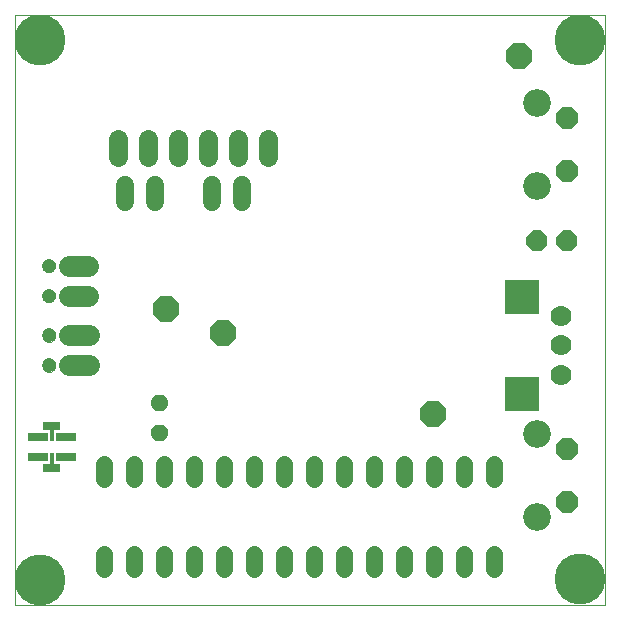
<source format=gts>
G75*
%MOIN*%
%OFA0B0*%
%FSLAX24Y24*%
%IPPOS*%
%LPD*%
%AMOC8*
5,1,8,0,0,1.08239X$1,22.5*
%
%ADD10C,0.0000*%
%ADD11OC8,0.0890*%
%ADD12C,0.0560*%
%ADD13C,0.0600*%
%ADD14C,0.0112*%
%ADD15OC8,0.0700*%
%ADD16OC8,0.0740*%
%ADD17C,0.0925*%
%ADD18C,0.0700*%
%ADD19R,0.1142X0.1142*%
%ADD20C,0.0640*%
%ADD21C,0.0690*%
%ADD22C,0.0473*%
%ADD23R,0.0152X0.0316*%
%ADD24C,0.1700*%
D10*
X000350Y000350D02*
X000350Y020035D01*
X020035Y020035D01*
X020035Y000350D01*
X000350Y000350D01*
X001267Y008344D02*
X001269Y008373D01*
X001275Y008401D01*
X001284Y008429D01*
X001297Y008455D01*
X001314Y008478D01*
X001333Y008500D01*
X001355Y008519D01*
X001380Y008534D01*
X001406Y008547D01*
X001434Y008555D01*
X001462Y008560D01*
X001491Y008561D01*
X001520Y008558D01*
X001548Y008551D01*
X001575Y008541D01*
X001601Y008527D01*
X001624Y008510D01*
X001645Y008490D01*
X001663Y008467D01*
X001678Y008442D01*
X001689Y008415D01*
X001697Y008387D01*
X001701Y008358D01*
X001701Y008330D01*
X001697Y008301D01*
X001689Y008273D01*
X001678Y008246D01*
X001663Y008221D01*
X001645Y008198D01*
X001624Y008178D01*
X001601Y008161D01*
X001575Y008147D01*
X001548Y008137D01*
X001520Y008130D01*
X001491Y008127D01*
X001462Y008128D01*
X001434Y008133D01*
X001406Y008141D01*
X001380Y008154D01*
X001355Y008169D01*
X001333Y008188D01*
X001314Y008210D01*
X001297Y008233D01*
X001284Y008259D01*
X001275Y008287D01*
X001269Y008315D01*
X001267Y008344D01*
X001267Y009344D02*
X001269Y009373D01*
X001275Y009401D01*
X001284Y009429D01*
X001297Y009455D01*
X001314Y009478D01*
X001333Y009500D01*
X001355Y009519D01*
X001380Y009534D01*
X001406Y009547D01*
X001434Y009555D01*
X001462Y009560D01*
X001491Y009561D01*
X001520Y009558D01*
X001548Y009551D01*
X001575Y009541D01*
X001601Y009527D01*
X001624Y009510D01*
X001645Y009490D01*
X001663Y009467D01*
X001678Y009442D01*
X001689Y009415D01*
X001697Y009387D01*
X001701Y009358D01*
X001701Y009330D01*
X001697Y009301D01*
X001689Y009273D01*
X001678Y009246D01*
X001663Y009221D01*
X001645Y009198D01*
X001624Y009178D01*
X001601Y009161D01*
X001575Y009147D01*
X001548Y009137D01*
X001520Y009130D01*
X001491Y009127D01*
X001462Y009128D01*
X001434Y009133D01*
X001406Y009141D01*
X001380Y009154D01*
X001355Y009169D01*
X001333Y009188D01*
X001314Y009210D01*
X001297Y009233D01*
X001284Y009259D01*
X001275Y009287D01*
X001269Y009315D01*
X001267Y009344D01*
X001259Y010670D02*
X001261Y010699D01*
X001267Y010727D01*
X001276Y010755D01*
X001289Y010781D01*
X001306Y010804D01*
X001325Y010826D01*
X001347Y010845D01*
X001372Y010860D01*
X001398Y010873D01*
X001426Y010881D01*
X001454Y010886D01*
X001483Y010887D01*
X001512Y010884D01*
X001540Y010877D01*
X001567Y010867D01*
X001593Y010853D01*
X001616Y010836D01*
X001637Y010816D01*
X001655Y010793D01*
X001670Y010768D01*
X001681Y010741D01*
X001689Y010713D01*
X001693Y010684D01*
X001693Y010656D01*
X001689Y010627D01*
X001681Y010599D01*
X001670Y010572D01*
X001655Y010547D01*
X001637Y010524D01*
X001616Y010504D01*
X001593Y010487D01*
X001567Y010473D01*
X001540Y010463D01*
X001512Y010456D01*
X001483Y010453D01*
X001454Y010454D01*
X001426Y010459D01*
X001398Y010467D01*
X001372Y010480D01*
X001347Y010495D01*
X001325Y010514D01*
X001306Y010536D01*
X001289Y010559D01*
X001276Y010585D01*
X001267Y010613D01*
X001261Y010641D01*
X001259Y010670D01*
X001259Y011670D02*
X001261Y011699D01*
X001267Y011727D01*
X001276Y011755D01*
X001289Y011781D01*
X001306Y011804D01*
X001325Y011826D01*
X001347Y011845D01*
X001372Y011860D01*
X001398Y011873D01*
X001426Y011881D01*
X001454Y011886D01*
X001483Y011887D01*
X001512Y011884D01*
X001540Y011877D01*
X001567Y011867D01*
X001593Y011853D01*
X001616Y011836D01*
X001637Y011816D01*
X001655Y011793D01*
X001670Y011768D01*
X001681Y011741D01*
X001689Y011713D01*
X001693Y011684D01*
X001693Y011656D01*
X001689Y011627D01*
X001681Y011599D01*
X001670Y011572D01*
X001655Y011547D01*
X001637Y011524D01*
X001616Y011504D01*
X001593Y011487D01*
X001567Y011473D01*
X001540Y011463D01*
X001512Y011456D01*
X001483Y011453D01*
X001454Y011454D01*
X001426Y011459D01*
X001398Y011467D01*
X001372Y011480D01*
X001347Y011495D01*
X001325Y011514D01*
X001306Y011536D01*
X001289Y011559D01*
X001276Y011585D01*
X001267Y011613D01*
X001261Y011641D01*
X001259Y011670D01*
D11*
X005382Y010210D03*
X007280Y009422D03*
X014277Y006729D03*
X017168Y018666D03*
D12*
X016317Y005065D02*
X016317Y004545D01*
X015317Y004545D02*
X015317Y005065D01*
X014317Y005065D02*
X014317Y004545D01*
X013317Y004545D02*
X013317Y005065D01*
X012317Y005065D02*
X012317Y004545D01*
X011317Y004545D02*
X011317Y005065D01*
X010317Y005065D02*
X010317Y004545D01*
X009317Y004545D02*
X009317Y005065D01*
X008317Y005065D02*
X008317Y004545D01*
X007317Y004545D02*
X007317Y005065D01*
X006317Y005065D02*
X006317Y004545D01*
X005317Y004545D02*
X005317Y005065D01*
X004317Y005065D02*
X004317Y004545D01*
X003317Y004545D02*
X003317Y005065D01*
X003317Y002065D02*
X003317Y001545D01*
X004317Y001545D02*
X004317Y002065D01*
X005317Y002065D02*
X005317Y001545D01*
X006317Y001545D02*
X006317Y002065D01*
X007317Y002065D02*
X007317Y001545D01*
X008317Y001545D02*
X008317Y002065D01*
X009317Y002065D02*
X009317Y001545D01*
X010317Y001545D02*
X010317Y002065D01*
X011317Y002065D02*
X011317Y001545D01*
X012317Y001545D02*
X012317Y002065D01*
X013317Y002065D02*
X013317Y001545D01*
X014317Y001545D02*
X014317Y002065D01*
X015317Y002065D02*
X015317Y001545D01*
X016317Y001545D02*
X016317Y002065D01*
D13*
X007916Y013783D02*
X007916Y014343D01*
X006916Y014343D02*
X006916Y013783D01*
X005021Y013790D02*
X005021Y014350D01*
X004021Y014350D02*
X004021Y013790D01*
D14*
X004986Y007069D02*
X004930Y007013D01*
X004930Y007199D01*
X005060Y007329D01*
X005246Y007329D01*
X005376Y007199D01*
X005376Y007013D01*
X005246Y006883D01*
X005060Y006883D01*
X004930Y007013D01*
X005014Y007048D01*
X005014Y007164D01*
X005095Y007245D01*
X005211Y007245D01*
X005292Y007164D01*
X005292Y007048D01*
X005211Y006967D01*
X005095Y006967D01*
X005014Y007048D01*
X005098Y007083D01*
X005098Y007129D01*
X005130Y007161D01*
X005176Y007161D01*
X005208Y007129D01*
X005208Y007083D01*
X005176Y007051D01*
X005130Y007051D01*
X005098Y007083D01*
X004986Y006079D02*
X004930Y006023D01*
X004930Y006209D01*
X005060Y006339D01*
X005246Y006339D01*
X005376Y006209D01*
X005376Y006023D01*
X005246Y005893D01*
X005060Y005893D01*
X004930Y006023D01*
X005014Y006058D01*
X005014Y006174D01*
X005095Y006255D01*
X005211Y006255D01*
X005292Y006174D01*
X005292Y006058D01*
X005211Y005977D01*
X005095Y005977D01*
X005014Y006058D01*
X005098Y006093D01*
X005098Y006139D01*
X005130Y006171D01*
X005176Y006171D01*
X005208Y006139D01*
X005208Y006093D01*
X005176Y006061D01*
X005130Y006061D01*
X005098Y006093D01*
D15*
X017763Y012502D03*
X018763Y012502D03*
D16*
X018753Y014814D03*
X018753Y016594D03*
X018753Y005571D03*
X018753Y003791D03*
D17*
X017773Y003301D03*
X017773Y006061D03*
X017773Y014324D03*
X017773Y017084D03*
D18*
X018568Y009996D03*
X018568Y009011D03*
X018568Y008027D03*
D19*
X017268Y007397D03*
X017268Y010626D03*
D20*
X008804Y015289D02*
X008804Y015889D01*
X007804Y015889D02*
X007804Y015289D01*
X006804Y015289D02*
X006804Y015889D01*
X005804Y015889D02*
X005804Y015289D01*
X004804Y015289D02*
X004804Y015889D01*
X003804Y015889D02*
X003804Y015289D01*
D21*
X002801Y011670D02*
X002151Y011670D01*
X002151Y010670D02*
X002801Y010670D01*
X002809Y009344D02*
X002160Y009344D01*
X002160Y008344D02*
X002809Y008344D01*
D22*
X001484Y008344D03*
X001484Y009344D03*
X001476Y010670D03*
X001476Y011670D03*
D23*
X001481Y006336D03*
X001588Y006336D03*
X001696Y006336D03*
X001804Y006336D03*
X001588Y006148D03*
X001588Y005953D03*
X001785Y005953D03*
X001892Y005953D03*
X001999Y005953D03*
X002105Y005953D03*
X002214Y005953D03*
X002321Y005953D03*
X002320Y005304D03*
X002213Y005304D03*
X002104Y005304D03*
X001998Y005305D03*
X001891Y005305D03*
X001785Y005303D03*
X001588Y005303D03*
X001391Y005303D03*
X001286Y005304D03*
X001179Y005304D03*
X001070Y005304D03*
X000964Y005304D03*
X000857Y005304D03*
X001374Y004920D03*
X001481Y004920D03*
X001588Y004920D03*
X001696Y004920D03*
X001804Y004920D03*
X001588Y005083D03*
X001391Y005953D03*
X001282Y005953D03*
X001175Y005953D03*
X001066Y005953D03*
X000960Y005953D03*
X000853Y005953D03*
X001374Y006336D03*
D24*
X001200Y001200D03*
X019179Y001212D03*
X019182Y019177D03*
X001201Y019175D03*
M02*

</source>
